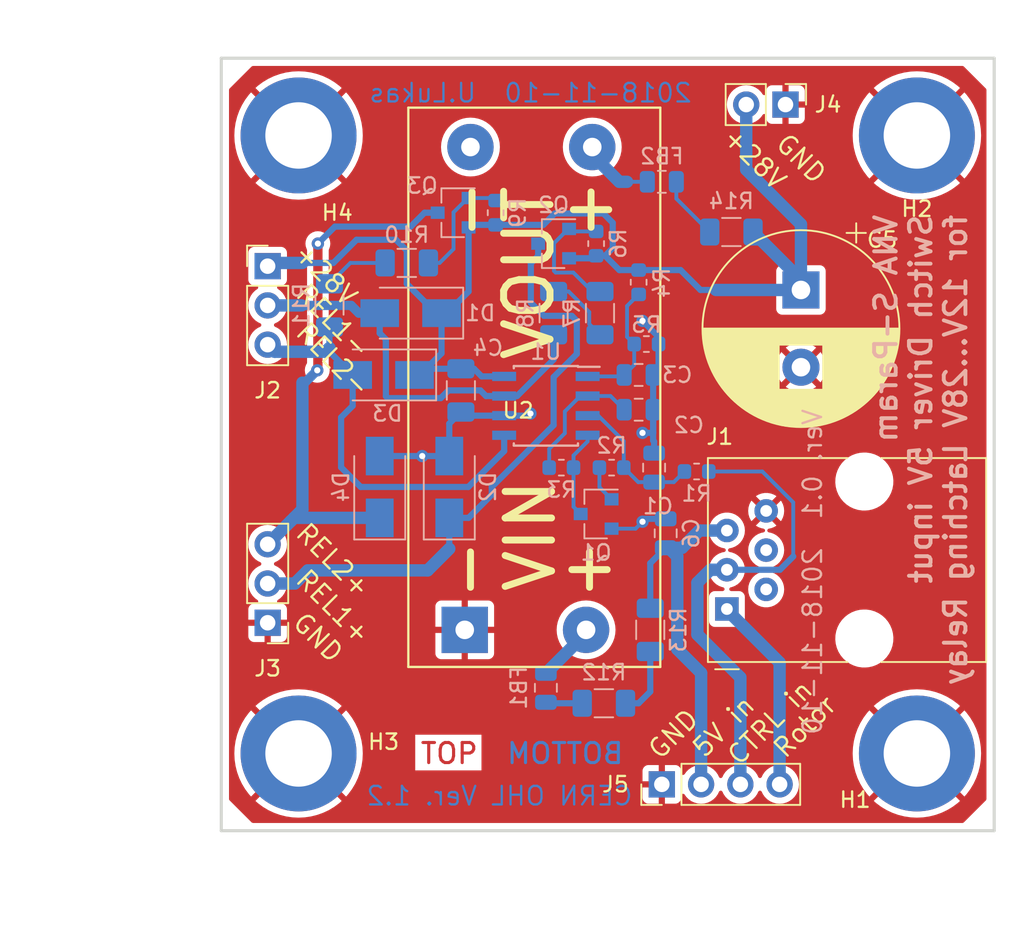
<source format=kicad_pcb>
(kicad_pcb (version 20221018) (generator pcbnew)
  (layers (0 "F.Cu" signal) (31 "B.Cu" signal) (34 "B.Paste" user) (35 "F.Paste" user) (36 "B.SilkS" user "B.Silkscreen") (37 "F.SilkS" user "F.Silkscreen") (38 "B.Mask" user) (39 "F.Mask" user) (44 "Edge.Cuts" user))
  (net 0 "")
  (net 1 "GND")
  (net 2 "Net-(C1-Pad1)")
  (net 3 "Net-(C2-Pad1)")
  (net 4 "Net-(C3-Pad1)")
  (net 5 "Net-(FB1-Pad1)")
  (net 6 "Net-(FB1-Pad2)")
  (net 7 "Net-(FB2-Pad2)")
  (net 8 "Net-(FB2-Pad1)")
  (net 9 "Net-(J1-Pad4)")
  (net 10 "Net-(J1-Pad2)")
  (net 11 "Net-(Q1-Pad1)")
  (net 12 "Net-(Q1-Pad3)")
  (net 13 "Net-(Q2-Pad1)")
  (net 14 "Net-(Q3-Pad1)")
  (net 15 "Net-(R7-Pad2)")
  (net 16 "Net-(R10-Pad2)")
  (net 17 "Net-(R12-Pad2)")
  (net 18 "Net-(U2-Pad4)")
  (net 19 "/+28V")
  (net 20 "/5V_in")
  (net 21 "/Coil1_neg")
  (net 22 "/Coil1_pos")
  (net 23 "/Coil2_neg")
  (net 24 "/Coil2_pos")
  (net 25 "/CTRL_in")
  (net 26 "/Rotor")
  (footprint "ul_footprints:MT3608_Step-Up_Converter_PCB" (layer "F.Cu") (at 209.851202 98.620248 90)
    (fp_text reference "U2" (at 17.2 7.7 180) (layer "F.SilkS"))
    (fp_text value "MT3608-PCB")
    (fp_text user "+" (at 6.9 12.1 90) (layer "F.SilkS") (effects (font (size 3 3) (thickness 0.45))))
    (fp_text user "VIN" (at 9.1 8.5 90) (layer "F.SilkS") (effects (font (size 3 3) (thickness 0.45))))
    (fp_text user "-" (at 30.2 4.5 90) (layer "F.SilkS") (effects (font (size 3 3) (thickness 0.45))))
    (fp_text user "-" (at 6.9 4.4 90) (layer "F.SilkS") (effects (font (size 3 3) (thickness 0.45))))
    (fp_text user "+" (at 30.2 12.2 90) (layer "F.SilkS") (effects (font (size 3 3) (thickness 0.45))))
    (fp_text user "VOUT" (at 26.1 8.4 90) (layer "F.SilkS") (effects (font (size 3 3) (thickness 0.45))))
    (pad "1" thru_hole rect locked (at 3 4.25 90) (size 3 3) (drill 1.2) (layers "*.Cu" "*.Mask") (net 1 "GND"))
    (pad "2" thru_hole circle locked (at 3 12.1 90) (size 3 3) (drill 1.2) (layers "*.Cu" "*.Mask") (net 6 "Net-(FB1-Pad2)"))
    (pad "3" thru_hole circle locked (at 34.25 12.5 90) (size 3 3) (drill 1.2) (layers "*.Cu" "*.Mask") (net 7 "Net-(FB2-Pad2)"))
    (pad "4" thru_hole circle locked (at 34.25 4.62 90) (size 3 3) (drill 1.2) (layers "*.Cu" "*.Mask") (net 18 "Net-(U2-Pad4)"))
  )
  (footprint "Connector_RJ:RJ12_Amphenol_54601" (layer "F.Cu") (at 231.061202 94.270248 90)
    (fp_text reference "J1" (at 11.15 -0.46 180) (layer "F.SilkS"))
    (fp_text value "6P6C")
    (pad "" np_thru_hole circle locked (at -1.91 8.89 90) (size 3.25 3.25) (drill 3.25) (layers "*.Cu" "*.Mask"))
    (pad "" np_thru_hole circle locked (at 8.25 8.89 90) (size 3.25 3.25) (drill 3.25) (layers "*.Cu" "*.Mask"))
    (pad "1" thru_hole rect locked (at 0 0 90) (size 1.52 1.52) (drill 0.76) (layers "*.Cu" "*.Mask") (net 26 "/Rotor"))
    (pad "2" thru_hole circle locked (at 1.27 2.54 90) (size 1.52 1.52) (drill 0.76) (layers "*.Cu" "*.Mask") (net 10 "Net-(J1-Pad2)"))
    (pad "3" thru_hole circle locked (at 2.54 0 90) (size 1.52 1.52) (drill 0.76) (layers "*.Cu" "*.Mask") (net 25 "/CTRL_in"))
    (pad "4" thru_hole circle locked (at 3.81 2.54 90) (size 1.52 1.52) (drill 0.76) (layers "*.Cu" "*.Mask") (net 9 "Net-(J1-Pad4)"))
    (pad "5" thru_hole circle locked (at 5.08 0 90) (size 1.52 1.52) (drill 0.76) (layers "*.Cu" "*.Mask") (net 20 "/5V_in"))
    (pad "6" thru_hole circle locked (at 6.35 2.54 90) (size 1.52 1.52) (drill 0.76) (layers "*.Cu" "*.Mask") (net 1 "GND"))
  )
  (footprint "MountingHole:MountingHole_4.3mm_M4_DIN965_Pad" (layer "F.Cu") (at 203.351202 103.620248 180)
    (fp_text reference "H3" (at -5.5 0.75 180) (layer "F.SilkS"))
    (fp_text value "MountingHole_Pad")
    (pad "1" thru_hole circle locked (at 0 0 180) (size 7.5 7.5) (drill 4.3) (layers "*.Cu" "*.Mask") (net 1 "GND"))
  )
  (footprint "Capacitor_THT:CP_Radial_D12.5mm_P5.00mm" (layer "F.Cu") (at 235.851202 73.620248 -90)
    (fp_text reference "C5" (at -3.25 -5.25) (layer "F.SilkS"))
    (fp_text value "470µ")
    (pad "1" thru_hole rect locked (at 0 0 270) (size 2.4 2.4) (drill 1.2) (layers "*.Cu" "*.Mask") (net 19 "/+28V"))
    (pad "2" thru_hole circle locked (at 5 0 270) (size 2.4 2.4) (drill 1.2) (layers "*.Cu" "*.Mask") (net 1 "GND"))
  )
  (footprint "MountingHole:MountingHole_4.3mm_M4_DIN965_Pad" (layer "F.Cu") (at 203.351202 63.620248 180)
    (fp_text reference "H4" (at -2.5 -5 180) (layer "F.SilkS"))
    (fp_text value "MountingHole_Pad")
    (pad "1" thru_hole circle locked (at 0 0 180) (size 7.5 7.5) (drill 4.3) (layers "*.Cu" "*.Mask") (net 1 "GND"))
  )
  (footprint "MountingHole:MountingHole_4.3mm_M4_DIN965_Pad" (layer "F.Cu") (at 243.351202 63.620248 180)
    (fp_text reference "H2" (at 0 -4.75 180) (layer "F.SilkS"))
    (fp_text value "MountingHole_Pad")
    (pad "1" thru_hole circle locked (at 0 0 180) (size 7.5 7.5) (drill 4.3) (layers "*.Cu" "*.Mask") (net 1 "GND"))
  )
  (footprint "Connector_PinHeader_2.54mm:PinHeader_1x02_P2.54mm_Vertical" (layer "F.Cu") (at 234.851202 61.620248 -90)
    (fp_text reference "J4" (at 0 -2.75) (layer "F.SilkS"))
    (fp_text value "Conn_01x02_Male")
    (pad "1" thru_hole rect locked (at 0 0 270) (size 1.7 1.7) (drill 1) (layers "*.Cu" "*.Mask") (net 1 "GND"))
    (pad "2" thru_hole oval locked (at 0 2.54 270) (size 1.7 1.7) (drill 1) (layers "*.Cu" "*.Mask") (net 19 "/+28V"))
  )
  (footprint "Connector_PinHeader_2.54mm:PinHeader_1x04_P2.54mm_Vertical" (layer "F.Cu") (at 226.851202 105.620248 90)
    (fp_text reference "J5" (at 0 -3 180) (layer "F.SilkS"))
    (fp_text value "Conn_01x04_Male")
    (pad "1" thru_hole rect (at 0 0 90) (size 1.7 1.7) (drill 1) (layers "*.Cu" "*.Mask") (net 1 "GND"))
    (pad "2" thru_hole oval (at 0 2.54 90) (size 1.7 1.7) (drill 1) (layers "*.Cu" "*.Mask") (net 20 "/5V_in"))
    (pad "3" thru_hole oval (at 0 5.08 90) (size 1.7 1.7) (drill 1) (layers "*.Cu" "*.Mask") (net 25 "/CTRL_in"))
    (pad "4" thru_hole oval (at 0 7.62 90) (size 1.7 1.7) (drill 1) (layers "*.Cu" "*.Mask") (net 26 "/Rotor"))
  )
  (footprint "Connector_PinHeader_2.54mm:PinHeader_1x03_P2.54mm_Vertical" (layer "F.Cu") (at 201.351202 95.160248 180)
    (fp_text reference "J3" (at 0 -2.96 180) (layer "F.SilkS"))
    (fp_text value "Conn_01x03_Male")
    (pad "1" thru_hole rect locked (at 0 0 180) (size 1.7 1.7) (drill 1) (layers "*.Cu" "*.Mask") (net 1 "GND"))
    (pad "2" thru_hole oval locked (at 0 2.54 180) (size 1.7 1.7) (drill 1) (layers "*.Cu" "*.Mask") (net 22 "/Coil1_pos"))
    (pad "3" thru_hole oval locked (at 0 5.08 180) (size 1.7 1.7) (drill 1) (layers "*.Cu" "*.Mask") (net 24 "/Coil2_pos"))
  )
  (footprint "MountingHole:MountingHole_4.3mm_M4_DIN965_Pad" (layer "F.Cu") (at 243.351202 103.620248 180)
    (fp_text reference "H1" (at 4 -3 180) (layer "F.SilkS"))
    (fp_text value "MountingHole_Pad")
    (pad "1" thru_hole circle locked (at 0 0 180) (size 7.5 7.5) (drill 4.3) (layers "*.Cu" "*.Mask") (net 1 "GND"))
  )
  (footprint "Connector_PinHeader_2.54mm:PinHeader_1x03_P2.54mm_Vertical" (layer "F.Cu") (at 201.351202 72.080248)
    (fp_text reference "J2" (at 0 8.04) (layer "F.SilkS"))
    (fp_text value "Conn_01x03_Male")
    (pad "1" thru_hole rect locked (at 0 0) (size 1.7 1.7) (drill 1) (layers "*.Cu" "*.Mask") (net 19 "/+28V"))
    (pad "2" thru_hole oval locked (at 0 2.54) (size 1.7 1.7) (drill 1) (layers "*.Cu" "*.Mask") (net 21 "/Coil1_neg"))
    (pad "3" thru_hole oval locked (at 0 5.08) (size 1.7 1.7) (drill 1) (layers "*.Cu" "*.Mask") (net 23 "/Coil2_neg"))
  )
  (footprint "Capacitor_SMD:C_0805_2012Metric" (layer "B.Cu") (at 227.101202 89.370248 90)
    (fp_text reference "C6" (at 0 1.65 90) (layer "B.SilkS") (effects (justify mirror)))
    (fp_text value "100n")
    (pad "1" smd roundrect (at -0.9375 0 90) (size 0.975 1.4) (layers "B.Cu" "B.Paste" "B.Mask") (net 20 "/5V_in"))
    (pad "2" smd roundrect (at 0.9375 0 90) (size 0.975 1.4) (layers "B.Cu" "B.Paste" "B.Mask") (net 1 "GND"))
  )
  (footprint "Resistor_SMD:R_1206_3216Metric" (layer "B.Cu") (at 222.851202 75.120248 -90)
    (fp_text reference "R7" (at 0 1.82 270) (layer "B.SilkS") (effects (justify mirror)))
    (fp_text value "470")
    (pad "1" smd roundrect (at -1.4 0 270) (size 1.25 1.75) (layers "B.Cu" "B.Paste" "B.Mask") (roundrect_rratio 0.2) (net 13 "Net-(Q2-Pad1)"))
    (pad "2" smd roundrect (at 1.4 0 270) (size 1.25 1.75) (layers "B.Cu" "B.Paste" "B.Mask") (roundrect_rratio 0.2) (net 15 "Net-(R7-Pad2)"))
  )
  (footprint "Resistor_SMD:R_0603_1608Metric" (layer "B.Cu") (at 229.101202 85.370248)
    (fp_text reference "R1" (at 0 1.43) (layer "B.SilkS") (effects (justify mirror)))
    (fp_text value "4k7")
    (pad "1" smd roundrect (at -0.7875 0) (size 0.875 0.95) (layers "B.Cu" "B.Paste" "B.Mask") (net 2 "Net-(C1-Pad1)"))
    (pad "2" smd roundrect (at 0.7875 0) (size 0.875 0.95) (layers "B.Cu" "B.Paste" "B.Mask") (net 25 "/CTRL_in"))
  )
  (footprint "Capacitor_SMD:C_0805_2012Metric" (layer "B.Cu") (at 226.351202 85.120248 90)
    (fp_text reference "C1" (at -2.5 0.25 180) (layer "B.SilkS") (effects (justify mirror)))
    (fp_text value "100n")
    (pad "1" smd roundrect (at -0.9375 0 90) (size 0.975 1.4) (layers "B.Cu" "B.Paste" "B.Mask") (net 2 "Net-(C1-Pad1)"))
    (pad "2" smd roundrect (at 0.9375 0 90) (size 0.975 1.4) (layers "B.Cu" "B.Paste" "B.Mask") (net 1 "GND"))
  )
  (footprint "Resistor_SMD:R_1206_3216Metric" (layer "B.Cu") (at 226.101202 95.620248 90)
    (fp_text reference "R13" (at 0 1.82 90) (layer "B.SilkS") (effects (justify mirror)))
    (fp_text value "22")
    (pad "1" smd roundrect (at -1.4 0 90) (size 1.25 1.75) (layers "B.Cu" "B.Paste" "B.Mask") (roundrect_rratio 0.2) (net 17 "Net-(R12-Pad2)"))
    (pad "2" smd roundrect (at 1.4 0 90) (size 1.25 1.75) (layers "B.Cu" "B.Paste" "B.Mask") (roundrect_rratio 0.2) (net 20 "/5V_in"))
  )
  (footprint "Inductor_SMD:L_0805_2012Metric" (layer "B.Cu") (at 219.351202 99.370248 90)
    (fp_text reference "FB1" (at 0 -1.75 90) (layer "B.SilkS") (effects (justify mirror)))
    (fp_text value "Ferrite_Bead")
    (pad "1" smd roundrect (at -0.9375 0 90) (size 0.975 1.4) (layers "B.Cu" "B.Paste" "B.Mask") (net 5 "Net-(FB1-Pad1)"))
    (pad "2" smd roundrect (at 0.9375 0 90) (size 0.975 1.4) (layers "B.Cu" "B.Paste" "B.Mask") (net 6 "Net-(FB1-Pad2)"))
  )
  (footprint "Resistor_SMD:R_1206_3216Metric" (layer "B.Cu") (at 223.101202 100.370248)
    (fp_text reference "R12" (at 0 -2) (layer "B.SilkS") (effects (justify mirror)))
    (fp_text value "22")
    (pad "1" smd roundrect (at -1.4 0) (size 1.25 1.75) (layers "B.Cu" "B.Paste" "B.Mask") (roundrect_rratio 0.2) (net 5 "Net-(FB1-Pad1)"))
    (pad "2" smd roundrect (at 1.4 0) (size 1.25 1.75) (layers "B.Cu" "B.Paste" "B.Mask") (roundrect_rratio 0.2) (net 17 "Net-(R12-Pad2)"))
  )
  (footprint "Diode_SMD:D_SMA" (layer "B.Cu") (at 210.601202 75.120248 180)
    (fp_text reference "D1" (at -4.5 0 180) (layer "B.SilkS") (effects (justify mirror)))
    (fp_text value "S1B")
    (pad "1" smd rect (at -2 0 180) (size 2.5 1.8) (layers "B.Cu" "B.Paste" "B.Mask") (net 19 "/+28V"))
    (pad "2" smd rect (at 2 0 180) (size 2.5 1.8) (layers "B.Cu" "B.Paste" "B.Mask") (net 21 "/Coil1_neg"))
  )
  (footprint "Diode_SMD:D_SMA" (layer "B.Cu") (at 213.101202 86.370248 90)
    (fp_text reference "D2" (at 0 2.5 90) (layer "B.SilkS") (effects (justify mirror)))
    (fp_text value "S1B")
    (pad "1" smd rect (at -2 0 90) (size 2.5 1.8) (layers "B.Cu" "B.Paste" "B.Mask") (net 22 "/Coil1_pos"))
    (pad "2" smd rect (at 2 0 90) (size 2.5 1.8) (layers "B.Cu" "B.Paste" "B.Mask") (net 1 "GND"))
  )
  (footprint "Capacitor_SMD:C_0805_2012Metric" (layer "B.Cu") (at 225.351202 81.370248)
    (fp_text reference "C2" (at 3.25 1) (layer "B.SilkS") (effects (justify mirror)))
    (fp_text value "220n")
    (pad "1" smd roundrect (at -0.9375 0) (size 0.975 1.4) (layers "B.Cu" "B.Paste" "B.Mask") (net 3 "Net-(C2-Pad1)"))
    (pad "2" smd roundrect (at 0.9375 0) (size 0.975 1.4) (layers "B.Cu" "B.Paste" "B.Mask") (net 1 "GND"))
  )
  (footprint "Capacitor_SMD:C_0805_2012Metric" (layer "B.Cu") (at 225.351202 79.120248)
    (fp_text reference "C3" (at 2.5 0) (layer "B.SilkS") (effects (justify mirror)))
    (fp_text value "100n")
    (pad "1" smd roundrect (at -0.9375 0) (size 0.975 1.4) (layers "B.Cu" "B.Paste" "B.Mask") (net 4 "Net-(C3-Pad1)"))
    (pad "2" smd roundrect (at 0.9375 0) (size 0.975 1.4) (layers "B.Cu" "B.Paste" "B.Mask") (net 1 "GND"))
  )
  (footprint "Diode_SMD:D_SMA" (layer "B.Cu") (at 208.851202 79.120248 180)
    (fp_text reference "D3" (at -0.25 -2.5 180) (layer "B.SilkS") (effects (justify mirror)))
    (fp_text value "S1B")
    (pad "1" smd rect (at -2 0 180) (size 2.5 1.8) (layers "B.Cu" "B.Paste" "B.Mask") (net 19 "/+28V"))
    (pad "2" smd rect (at 2 0 180) (size 2.5 1.8) (layers "B.Cu" "B.Paste" "B.Mask") (net 23 "/Coil2_neg"))
  )
  (footprint "Inductor_SMD:L_0805_2012Metric" (layer "B.Cu") (at 226.851202 66.620248 180)
    (fp_text reference "FB2" (at 0 1.65 180) (layer "B.SilkS") (effects (justify mirror)))
    (fp_text value "Ferrite_Bead")
    (pad "1" smd roundrect (at -0.9375 0 180) (size 0.975 1.4) (layers "B.Cu" "B.Paste" "B.Mask") (net 8 "Net-(FB2-Pad1)"))
    (pad "2" smd roundrect (at 0.9375 0 180) (size 0.975 1.4) (layers "B.Cu" "B.Paste" "B.Mask") (net 7 "Net-(FB2-Pad2)"))
  )
  (footprint "Package_TO_SOT_SMD:SOT-23" (layer "B.Cu") (at 222.601202 88.120248 180)
    (fp_text reference "Q1" (at 0 -2.5 180) (layer "B.SilkS") (effects (justify mirror)))
    (fp_text value "BC848")
    (pad "1" smd rect (at -1 0.95 180) (size 0.9 0.8) (layers "B.Cu" "B.Paste" "B.Mask") (net 11 "Net-(Q1-Pad1)"))
    (pad "2" smd rect (at -1 -0.95 180) (size 0.9 0.8) (layers "B.Cu" "B.Paste" "B.Mask") (net 1 "GND"))
    (pad "3" smd rect (at 1 0 180) (size 0.9 0.8) (layers "B.Cu" "B.Paste" "B.Mask") (net 12 "Net-(Q1-Pad3)"))
  )
  (footprint "Package_TO_SOT_SMD:SOT-23" (layer "B.Cu") (at 219.851202 70.620248 180)
    (fp_text reference "Q2" (at 0 2.5 180) (layer "B.SilkS") (effects (justify mirror)))
    (fp_text value "BC807")
    (pad "1" smd rect (at -1 0.95 180) (size 0.9 0.8) (layers "B.Cu" "B.Paste" "B.Mask") (net 13 "Net-(Q2-Pad1)"))
    (pad "2" smd rect (at -1 -0.95 180) (size 0.9 0.8) (layers "B.Cu" "B.Paste" "B.Mask") (net 19 "/+28V"))
    (pad "3" smd rect (at 1 0 180) (size 0.9 0.8) (layers "B.Cu" "B.Paste" "B.Mask") (net 22 "/Coil1_pos"))
  )
  (footprint "Package_TO_SOT_SMD:SOT-23" (layer "B.Cu") (at 213.351202 68.620248 180)
    (fp_text reference "Q3" (at 2 1.75 180) (layer "B.SilkS") (effects (justify mirror)))
    (fp_text value "BC807")
    (pad "1" smd rect (at -1 0.95 180) (size 0.9 0.8) (layers "B.Cu" "B.Paste" "B.Mask") (net 14 "Net-(Q3-Pad1)"))
    (pad "2" smd rect (at -1 -0.95 180) (size 0.9 0.8) (layers "B.Cu" "B.Paste" "B.Mask") (net 19 "/+28V"))
    (pad "3" smd rect (at 1 0 180) (size 0.9 0.8) (layers "B.Cu" "B.Paste" "B.Mask") (net 24 "/Coil2_pos"))
  )
  (footprint "Resistor_SMD:R_0603_1608Metric" (layer "B.Cu") (at 223.601202 85.120248 180)
    (fp_text reference "R2" (at 0 1.43 180) (layer "B.SilkS") (effects (justify mirror)))
    (fp_text value "100k")
    (pad "1" smd roundrect (at -0.7875 0 180) (size 0.875 0.95) (layers "B.Cu" "B.Paste" "B.Mask") (net 2 "Net-(C1-Pad1)"))
    (pad "2" smd roundrect (at 0.7875 0 180) (size 0.875 0.95) (layers "B.Cu" "B.Paste" "B.Mask") (net 11 "Net-(Q1-Pad1)"))
  )
  (footprint "Resistor_SMD:R_0603_1608Metric" (layer "B.Cu") (at 220.351202 85.120248)
    (fp_text reference "R3" (at 0 1.43) (layer "B.SilkS") (effects (justify mirror)))
    (fp_text value "22k")
    (pad "1" smd roundrect (at -0.7875 0) (size 0.875 0.95) (layers "B.Cu" "B.Paste" "B.Mask") (net 3 "Net-(C2-Pad1)"))
    (pad "2" smd roundrect (at 0.7875 0) (size 0.875 0.95) (layers "B.Cu" "B.Paste" "B.Mask") (net 12 "Net-(Q1-Pad3)"))
  )
  (footprint "Resistor_SMD:R_0603_1608Metric" (layer "B.Cu") (at 225.851202 77.120248)
    (fp_text reference "R5" (at 0 -1.25) (layer "B.SilkS") (effects (justify mirror)))
    (fp_text value "22k")
    (pad "1" smd roundrect (at -0.7875 0) (size 0.875 0.95) (layers "B.Cu" "B.Paste" "B.Mask") (net 4 "Net-(C3-Pad1)"))
    (pad "2" smd roundrect (at 0.7875 0) (size 0.875 0.95) (layers "B.Cu" "B.Paste" "B.Mask") (net 1 "GND"))
  )
  (footprint "Resistor_SMD:R_1206_3216Metric" (layer "B.Cu") (at 219.851202 75.120248 -90)
    (fp_text reference "R8" (at 0 1.82 270) (layer "B.SilkS") (effects (justify mirror)))
    (fp_text value "470")
    (pad "1" smd roundrect (at -1.4 0 270) (size 1.25 1.75) (layers "B.Cu" "B.Paste" "B.Mask") (roundrect_rratio 0.2) (net 15 "Net-(R7-Pad2)"))
    (pad "2" smd roundrect (at 1.4 0 270) (size 1.25 1.75) (layers "B.Cu" "B.Paste" "B.Mask") (roundrect_rratio 0.2) (net 21 "/Coil1_neg"))
  )
  (footprint "Resistor_SMD:R_0603_1608Metric" (layer "B.Cu") (at 216.101202 68.620248 90)
    (fp_text reference "R9" (at 0 1.43 90) (layer "B.SilkS") (effects (justify mirror)))
    (fp_text value "4k7")
    (pad "1" smd roundrect (at -0.7875 0 90) (size 0.875 0.95) (layers "B.Cu" "B.Paste" "B.Mask") (net 19 "/+28V"))
    (pad "2" smd roundrect (at 0.7875 0 90) (size 0.875 0.95) (layers "B.Cu" "B.Paste" "B.Mask") (net 14 "Net-(Q3-Pad1)"))
  )
  (footprint "Resistor_SMD:R_1206_3216Metric" (layer "B.Cu") (at 210.351202 71.870248 180)
    (fp_text reference "R10" (at 0 1.82 180) (layer "B.SilkS") (effects (justify mirror)))
    (fp_text value "470")
    (pad "1" smd roundrect (at -1.4 0 180) (size 1.25 1.75) (layers "B.Cu" "B.Paste" "B.Mask") (roundrect_rratio 0.2) (net 14 "Net-(Q3-Pad1)"))
    (pad "2" smd roundrect (at 1.4 0 180) (size 1.25 1.75) (layers "B.Cu" "B.Paste" "B.Mask") (roundrect_rratio 0.2) (net 16 "Net-(R10-Pad2)"))
  )
  (footprint "Resistor_SMD:R_1206_3216Metric" (layer "B.Cu") (at 231.351202 69.870248)
    (fp_text reference "R14" (at 0 -2) (layer "B.SilkS") (effects (justify mirror)))
    (fp_text value "100")
    (pad "1" smd roundrect (at -1.4 0) (size 1.25 1.75) (layers "B.Cu" "B.Paste" "B.Mask") (roundrect_rratio 0.2) (net 8 "Net-(FB2-Pad1)"))
    (pad "2" smd roundrect (at 1.4 0) (size 1.25 1.75) (layers "B.Cu" "B.Paste" "B.Mask") (roundrect_rratio 0.2) (net 19 "/+28V"))
  )
  (footprint "Diode_SMD:D_SMA" (layer "B.Cu") (at 208.601202 86.370248 90)
    (fp_text reference "D4" (at 0 -2.5 90) (layer "B.SilkS") (effects (justify mirror)))
    (fp_text value "S1B")
    (pad "1" smd rect (at -2 0 90) (size 2.5 1.8) (layers "B.Cu" "B.Paste" "B.Mask") (net 24 "/Coil2_pos"))
    (pad "2" smd rect (at 2 0 90) (size 2.5 1.8) (layers "B.Cu" "B.Paste" "B.Mask") (net 1 "GND"))
  )
  (footprint "Capacitor_SMD:C_1206_3216Metric" (layer "B.Cu") (at 213.851202 80.120248 -90)
    (fp_text reference "C4" (at -2.75 -1.75) (layer "B.SilkS") (effects (justify mirror)))
    (fp_text value "1µ")
    (pad "1" smd roundrect (at -1.4 0 270) (size 1.25 1.75) (layers "B.Cu" "B.Paste" "B.Mask") (roundrect_rratio 0.2) (net 19 "/+28V"))
    (pad "2" smd roundrect (at 1.4 0 270) (size 1.25 1.75) (layers "B.Cu" "B.Paste" "B.Mask") (roundrect_rratio 0.2) (net 1 "GND"))
  )
  (footprint "Resistor_SMD:R_1206_3216Metric" (layer "B.Cu") (at 205.351202 74.620248 -90)
    (fp_text reference "R11" (at 0 1.82 270) (layer "B.SilkS") (effects (justify mirror)))
    (fp_text value "470")
    (pad "1" smd roundrect (at -1.4 0 270) (size 1.25 1.75) (layers "B.Cu" "B.Paste" "B.Mask") (roundrect_rratio 0.2) (net 16 "Net-(R10-Pad2)"))
    (pad "2" smd roundrect (at 1.4 0 270) (size 1.25 1.75) (layers "B.Cu" "B.Paste" "B.Mask") (roundrect_rratio 0.2) (net 23 "/Coil2_neg"))
  )
  (footprint "Resistor_SMD:R_0603_1608Metric" (layer "B.Cu") (at 225.351202 73.120248 -90)
    (fp_text reference "R4" (at 0.0375 -1.5 270) (layer "B.SilkS") (effects (justify mirror)))
    (fp_text value "22k")
    (pad "1" smd roundrect (at -0.7875 0 270) (size 0.875 0.95) (layers "B.Cu" "B.Paste" "B.Mask") (net 19 "/+28V"))
    (pad "2" smd roundrect (at 0.7875 0 270) (size 0.875 0.95) (layers "B.Cu" "B.Paste" "B.Mask") (net 4 "Net-(C3-Pad1)"))
  )
  (footprint "Resistor_SMD:R_0603_1608Metric" (layer "B.Cu") (at 222.601202 70.620248 90)
    (fp_text reference "R6" (at 0 1.43 90) (layer "B.SilkS") (effects (justify mirror)))
    (fp_text value "4k7")
    (pad "1" smd roundrect (at -0.7875 0 90) (size 0.875 0.95) (layers "B.Cu" "B.Paste" "B.Mask") (net 19 "/+28V"))
    (pad "2" smd roundrect (at 0.7875 0 90) (size 0.875 0.95) (layers "B.Cu" "B.Paste" "B.Mask") (net 13 "Net-(Q2-Pad1)"))
  )
  (footprint "Package_SO:SOIC-8_3.9x4.9mm_P1.27mm" (layer "B.Cu") (at 219.351202 81.120248 180)
    (fp_text reference "U1" (at 0 3.5 180) (layer "B.SilkS") (effects (justify mirror)))
    (fp_text value "FAN3241")
    (pad "1" smd rect (at -2.7 1.905 180) (size 1.55 0.6) (layers "B.Cu" "B.Paste" "B.Mask") (net 4 "Net-(C3-Pad1)"))
    (pad "2" smd rect (at -2.7 0.635 180) (size 1.55 0.6) (layers "B.Cu" "B.Paste" "B.Mask") (net 3 "Net-(C2-Pad1)"))
    (pad "3" smd rect (at -2.7 -0.635 180) (size 1.55 0.6) (layers "B.Cu" "B.Paste" "B.Mask") (net 2 "Net-(C1-Pad1)"))
    (pad "4" smd rect (at -2.7 -1.905 180) (size 1.55 0.6) (layers "B.Cu" "B.Paste" "B.Mask") (net 12 "Net-(Q1-Pad3)"))
    (pad "5" smd rect (at 2.7 -1.905 180) (size 1.55 0.6) (layers "B.Cu" "B.Paste" "B.Mask") (net 23 "/Coil2_neg"))
    (pad "6" smd rect (at 2.7 -0.635 180) (size 1.55 0.6) (layers "B.Cu" "B.Paste" "B.Mask") (net 1 "GND"))
    (pad "7" smd rect (at 2.7 0.635 180) (size 1.55 0.6) (layers "B.Cu" "B.Paste" "B.Mask") (net 21 "/Coil1_neg"))
    (pad "8" smd rect (at 2.7 1.905 180) (size 1.55 0.6) (layers "B.Cu" "B.Paste" "B.Mask") (net 19 "/+28V"))
  )
  (gr_line (start 248.351202 108.620248) (end 198.351202 108.620248) (stroke (width 0.2)) (layer "Edge.Cuts"))
  (gr_line (start 198.351202 58.620248) (end 248.351202 58.620248) (stroke (width 0.2)) (layer "Edge.Cuts"))
  (gr_line (start 198.351202 108.620248) (end 198.351202 58.620248) (stroke (width 0.2)) (layer "Edge.Cuts"))
  (gr_line (start 248.351202 58.620248) (end 248.351202 108.620248) (stroke (width 0.2)) (layer "Edge.Cuts"))
  (gr_text "TOP" (at 213.101202 103.620248) (layer "F.Cu") (effects (font (size 1.3 1.3) (thickness 0.2))))
  (gr_text "CERN OHL Ver. 1.2" (at 216.351202 106.370248) (layer "B.Cu") (effects (font (size 1.2 1.2)) (justify mirror)))
  (gr_text "BOTTOM" (at 220.601202 103.620248) (layer "B.Cu") (effects (font (size 1.3 1.3) (thickness 0.2)) (justify mirror)))
  (gr_text "2018-11-10  U.Lukas" (at 218.351202 60.870248) (layer "B.Cu") (effects (font (size 1.2 1.2)) (justify mirror)))
  (gr_text "VNA S-Param\nSwitch Driver 5V input\nfor 12V...28V Latching Relay" (at 243.601202 68.620248 90) (layer "B.SilkS") (effects (font (size 1.4 1.4) (thickness 0.25)) (justify left mirror)))
  (gr_text "Ver. 0.1  2018-11-10" (at 236.601202 91.870248 90) (layer "B.SilkS") (effects (font (size 1.2 1.2)) (justify mirror)))
  (gr_text "REL1+" (at 205.601202 94.120248 -45) (layer "F.SilkS") (effects (font (size 1.2 1.2))))
  (gr_text "REL2+" (at 205.601202 91.120248 -45) (layer "F.SilkS") (effects (font (size 1.2 1.2))))
  (gr_text "GND" (at 204.601202 96.120248 -45) (layer "F.SilkS") (effects (font (size 1.2 1.2))))
  (gr_text "REL1-" (at 205.601202 75.620248 -45) (layer "F.SilkS") (effects (font (size 1.2 1.2))))
  (gr_text "+28V" (at 205.101202 72.620248 -45) (layer "F.SilkS") (effects (font (size 1.2 1.2))))
  (gr_text "REL2-" (at 205.601202 78.120248 -45) (layer "F.SilkS") (effects (font (size 1.2 1.2))))
  (gr_text "GND" (at 227.601202 102.370248 45) (layer "F.SilkS") (effects (font (size 1.2 1.2))))
  (gr_text "5V in" (at 230.851202 101.870248 45) (layer "F.SilkS") (effects (font (size 1.2 1.2))))
  (gr_text "CTRL in" (at 233.851202 101.620248 45) (layer "F.SilkS") (effects (font (size 1.2 1.2))))
  (gr_text "Rotor" (at 236.101202 101.870248 45) (layer "F.SilkS") (effects (font (size 1.2 1.2))))
  (gr_text "GND" (at 235.851202 65.120248 -45) (layer "F.SilkS") (effects (font (size 1.2 1.2))))
  (gr_text "+28V" (at 232.851202 65.120248 -45) (layer "F.SilkS") (effects (font (size 1.2 1.2))))
  (via (at 225.601202 75.620248) (size 0.8) (drill 0.4) (layers "F.Cu" "B.Cu") (net 1))
  (via (at 225.601202 82.870248) (size 0.8) (drill 0.4) (layers "F.Cu" "B.Cu") (net 1))
  (via (at 218.351202 81.620248) (size 0.8) (drill 0.4) (layers "F.Cu" "B.Cu") (net 1))
  (via (at 211.351202 84.370248) (size 0.8) (drill 0.4) (layers "F.Cu" "B.Cu") (net 1))
  (via (at 225.601196 88.620248) (size 0.8) (drill 0.4) (layers "F.Cu" "B.Cu") (net 1))
  (segment (start 218.216202 81.755248) (end 218.351202 81.620248) (width 0.4) (layer "B.Cu") (net 1))
  (segment (start 223.601202 89.070248) (end 225.151196 89.070248) (width 0.25) (layer "B.Cu") (net 1))
  (segment (start 213.101202 84.370248) (end 213.101202 82.270248) (width 0.4) (layer "B.Cu") (net 1))
  (segment (start 227.101202 88.432748) (end 225.788696 88.432748) (width 0.4) (layer "B.Cu") (net 1))
  (segment (start 226.351202 83.432748) (end 226.351202 84.182748) (width 0.4) (layer "B.Cu") (net 1))
  (segment (start 226.638702 77.120248) (end 226.638702 78.770248) (width 0.4) (layer "B.Cu") (net 1))
  (segment (start 213.101202 82.270248) (end 213.851202 81.520248) (width 0.4) (layer "B.Cu") (net 1))
  (segment (start 208.601202 84.370248) (end 211.351202 84.370248) (width 0.4) (layer "B.Cu") (net 1))
  (segment (start 226.288702 79.120248) (end 226.288702 81.370248) (width 0.4) (layer "B.Cu") (net 1))
  (segment (start 226.638702 78.770248) (end 226.288702 79.120248) (width 0.4) (layer "B.Cu") (net 1))
  (segment (start 225.151196 89.070248) (end 225.601196 88.620248) (width 0.25) (layer "B.Cu") (net 1))
  (segment (start 226.288702 83.370248) (end 226.351202 83.432748) (width 0.4) (layer "B.Cu") (net 1))
  (segment (start 226.288702 82.870248) (end 225.601202 82.870248) (width 0.4) (layer "B.Cu") (net 1))
  (segment (start 214.086202 81.755248) (end 213.851202 81.520248) (width 0.4) (layer "B.Cu") (net 1))
  (segment (start 226.638702 76.657748) (end 226.101202 76.120248) (width 0.4) (layer "B.Cu") (net 1))
  (segment (start 226.638702 77.120248) (end 226.638702 76.657748) (width 0.4) (layer "B.Cu") (net 1))
  (segment (start 226.288702 81.370248) (end 226.288702 83.370248) (width 0.4) (layer "B.Cu") (net 1))
  (segment (start 226.101202 76.120248) (end 225.601202 75.620248) (width 0.4) (layer "B.Cu") (net 1))
  (segment (start 216.651202 81.755248) (end 214.086202 81.755248) (width 0.4) (layer "B.Cu") (net 1))
  (segment (start 226.288702 81.370248) (end 226.288702 82.870248) (width 0.4) (layer "B.Cu") (net 1))
  (segment (start 213.101202 84.370248) (end 211.351202 84.370248) (width 0.4) (layer "B.Cu") (net 1))
  (segment (start 225.788696 88.432748) (end 225.601196 88.620248) (width 0.4) (layer "B.Cu") (net 1))
  (segment (start 216.651202 81.755248) (end 218.216202 81.755248) (width 0.4) (layer "B.Cu") (net 1))
  (segment (start 227.626202 86.057748) (end 228.313702 85.370248) (width 0.25) (layer "B.Cu") (net 2))
  (segment (start 225.326202 86.057748) (end 224.388702 85.120248) (width 0.25) (layer "B.Cu") (net 2))
  (segment (start 224.388702 83.407748) (end 224.388702 84.545248) (width 0.25) (layer "B.Cu") (net 2))
  (segment (start 226.351202 86.057748) (end 227.626202 86.057748) (width 0.25) (layer "B.Cu") (net 2))
  (segment (start 222.051202 81.755248) (end 222.736202 81.755248) (width 0.25) (layer "B.Cu") (net 2))
  (segment (start 226.351202 86.057748) (end 225.326202 86.057748) (width 0.25) (layer "B.Cu") (net 2))
  (segment (start 224.388702 84.545248) (end 224.388702 85.120248) (width 0.25) (layer "B.Cu") (net 2))
  (segment (start 222.736202 81.755248) (end 224.388702 83.407748) (width 0.25) (layer "B.Cu") (net 2))
  (segment (start 221.576202 80.485248) (end 222.051202 80.485248) (width 0.25) (layer "B.Cu") (net 3))
  (segment (start 222.051202 80.485248) (end 223.528702 80.485248) (width 0.25) (layer "B.Cu") (net 3))
  (segment (start 219.563702 83.907748) (end 220.576213 82.895237) (width 0.25) (layer "B.Cu") (net 3))
  (segment (start 219.563702 85.120248) (end 219.563702 83.907748) (width 0.25) (layer "B.Cu") (net 3))
  (segment (start 223.528702 80.485248) (end 224.413702 81.370248) (width 0.25) (layer "B.Cu") (net 3))
  (segment (start 220.576213 81.485237) (end 221.576202 80.485248) (width 0.25) (layer "B.Cu") (net 3))
  (segment (start 220.576213 82.895237) (end 220.576213 81.485237) (width 0.25) (layer "B.Cu") (net 3))
  (segment (start 225.063702 77.120248) (end 224.60209 76.658636) (width 0.25) (layer "B.Cu") (net 4))
  (segment (start 224.60209 74.65686) (end 224.88959 74.36936) (width 0.25) (layer "B.Cu") (net 4))
  (segment (start 225.063702 78.470248) (end 224.413702 79.120248) (width 0.25) (layer "B.Cu") (net 4))
  (segment (start 224.88959 74.36936) (end 225.351202 73.907748) (width 0.25) (layer "B.Cu") (net 4))
  (segment (start 224.318702 79.215248) (end 224.413702 79.120248) (width 0.25) (layer "B.Cu") (net 4))
  (segment (start 222.051202 79.215248) (end 224.318702 79.215248) (width 0.25) (layer "B.Cu") (net 4))
  (segment (start 225.063702 77.120248) (end 225.063702 78.470248) (width 0.25) (layer "B.Cu") (net 4))
  (segment (start 224.60209 76.658636) (end 224.60209 74.65686) (width 0.25) (layer "B.Cu") (net 4))
  (segment (start 219.413702 100.370248) (end 219.351202 100.307748) (width 0.4) (layer "B.Cu") (net 5))
  (segment (start 221.701202 100.370248) (end 219.413702 100.370248) (width 0.4) (layer "B.Cu") (net 5))
  (segment (start 219.351202 98.432748) (end 221.951202 95.832748) (width 0.8) (layer "B.Cu") (net 6))
  (segment (start 221.951202 95.832748) (end 221.951202 95.620248) (width 0.8) (layer "B.Cu") (net 6))
  (segment (start 224.601202 66.620248) (end 224.101202 66.620248) (width 0.8) (layer "B.Cu") (net 7))
  (segment (start 225.913702 66.620248) (end 224.601202 66.620248) (width 0.25) (layer "B.Cu") (net 7))
  (segment (start 224.101202 66.620248) (end 222.351202 64.870248) (width 0.8) (layer "B.Cu") (net 7))
  (segment (start 222.351202 64.870248) (end 222.351202 64.370248) (width 0.8) (layer "B.Cu") (net 7))
  (segment (start 227.788702 67.707748) (end 229.951202 69.870248) (width 0.25) (layer "B.Cu") (net 8))
  (segment (start 227.788702 66.620248) (end 227.788702 67.707748) (width 0.25) (layer "B.Cu") (net 8))
  (segment (start 222.813702 85.120248) (end 222.813702 86.382748) (width 0.25) (layer "B.Cu") (net 11))
  (segment (start 222.813702 86.382748) (end 223.601202 87.170248) (width 0.25) (layer "B.Cu") (net 11))
  (segment (start 221.138702 85.120248) (end 221.138702 87.657748) (width 0.25) (layer "B.Cu") (net 12))
  (segment (start 221.138702 85.120248) (end 221.138702 84.332748) (width 0.25) (layer "B.Cu") (net 12))
  (segment (start 221.138702 87.657748) (end 221.601202 88.120248) (width 0.25) (layer "B.Cu") (net 12))
  (segment (start 222.051202 83.420248) (end 222.051202 83.025248) (width 0.25) (layer "B.Cu") (net 12))
  (segment (start 221.138702 84.332748) (end 222.051202 83.420248) (width 0.25) (layer "B.Cu") (net 12))
  (segment (start 220.801202 69.670248) (end 220.851202 69.670248) (width 0.25) (layer "B.Cu") (net 13))
  (segment (start 221.126203 72.495249) (end 219.981201 72.495249) (width 0.25) (layer "B.Cu") (net 13))
  (segment (start 219.876201 70.595249) (end 220.801202 69.670248) (width 0.25) (layer "B.Cu") (net 13))
  (segment (start 219.876201 72.390249) (end 219.876201 70.595249) (width 0.25) (layer "B.Cu") (net 13))
  (segment (start 222.601202 69.832748) (end 221.013702 69.832748) (width 0.25) (layer "B.Cu") (net 13))
  (segment (start 219.981201 72.495249) (end 219.876201 72.390249) (width 0.25) (layer "B.Cu") (net 13))
  (segment (start 222.351202 73.720248) (end 221.126203 72.495249) (width 0.25) (layer "B.Cu") (net 13))
  (segment (start 221.013702 69.832748) (end 220.851202 69.670248) (width 0.25) (layer "B.Cu") (net 13))
  (segment (start 214.301202 67.670248) (end 214.351202 67.670248) (width 0.25) (layer "B.Cu") (net 14))
  (segment (start 215.938702 67.670248) (end 216.101202 67.832748) (width 0.25) (layer "B.Cu") (net 14))
  (segment (start 214.351202 67.670248) (end 215.938702 67.670248) (width 0.25) (layer "B.Cu") (net 14))
  (segment (start 211.751202 71.870248) (end 212.476202 71.870248) (width 0.25) (layer "B.Cu") (net 14))
  (segment (start 213.376201 68.595249) (end 214.301202 67.670248) (width 0.25) (layer "B.Cu") (net 14))
  (segment (start 213.376201 70.970249) (end 213.376201 68.595249) (width 0.25) (layer "B.Cu") (net 14))
  (segment (start 212.476202 71.870248) (end 213.376201 70.970249) (width 0.25) (layer "B.Cu") (net 14))
  (segment (start 220.826202 73.720248) (end 219.851202 73.720248) (width 0.25) (layer "B.Cu") (net 15))
  (segment (start 222.155492 75.049538) (end 220.826202 73.720248) (width 0.25) (layer "B.Cu") (net 15))
  (segment (start 222.851202 76.520248) (end 222.155492 75.824538) (width 0.25) (layer "B.Cu") (net 15))
  (segment (start 222.155492 75.824538) (end 222.155492 75.049538) (width 0.25) (layer "B.Cu") (net 15))
  (segment (start 205.351202 73.220248) (end 206.701202 71.870248) (width 0.25) (layer "B.Cu") (net 16))
  (segment (start 206.701202 71.870248) (end 208.951202 71.870248) (width 0.25) (layer "B.Cu") (net 16))
  (segment (start 226.101202 97.020248) (end 226.101202 99.620248) (width 0.4) (layer "B.Cu") (net 17))
  (segment (start 226.101202 99.620248) (end 225.351202 100.370248) (width 0.4) (layer "B.Cu") (net 17))
  (segment (start 225.351202 100.370248) (end 224.501202 100.370248) (width 0.4) (layer "B.Cu") (net 17))
  (segment (start 223.176202 71.407748) (end 222.601202 71.407748) (width 0.4) (layer "B.Cu") (net 19))
  (segment (start 228.063702 72.332748) (end 229.351202 73.620248) (width 0.4) (layer "B.Cu") (net 19))
  (segment (start 214.513702 69.407748) (end 214.351202 69.570248) (width 0.4) (layer "B.Cu") (net 19))
  (segment (start 205.601202 71.870248) (end 207.101202 70.370248) (width 0.4) (layer "B.Cu") (net 19))
  (segment (start 235.851202 72.970248) (end 235.851202 73.620248) (width 0.4) (layer "B.Cu") (net 19))
  (segment (start 216.101202 69.407748) (end 214.513702 69.407748) (width 0.4) (layer "B.Cu") (net 19))
  (segment (start 220.851202 71.570248) (end 222.438702 71.570248) (width 0.4) (layer "B.Cu") (net 19))
  (segment (start 212.951202 75.120248) (end 212.601202 75.120248) (width 0.4) (layer "B.Cu") (net 19))
  (segment (start 216.101202 69.407748) (end 219.1837 69.407748) (width 0.4) (layer "B.Cu") (net 19))
  (segment (start 214.351202 73.720248) (end 212.951202 75.120248) (width 0.4) (layer "B.Cu") (net 19))
  (segment (start 214.351202 69.570248) (end 214.351202 73.720248) (width 0.4) (layer "B.Cu") (net 19))
  (segment (start 223.676212 70.907738) (end 223.176202 71.407748) (width 0.4) (layer "B.Cu") (net 19))
  (segment (start 201.351202 72.080248) (end 201.561202 71.870248) (width 0.8) (layer "B.Cu") (net 19))
  (segment (start 214.701202 78.720248) (end 215.196202 79.215248) (width 0.4) (layer "B.Cu") (net 19))
  (segment (start 211.251202 78.720248) (end 210.851202 79.120248) (width 0.4) (layer "B.Cu") (net 19))
  (segment (start 212.251202 75.120248) (end 212.601202 75.120248) (width 0.4) (layer "B.Cu") (net 19))
  (segment (start 235.851202 69.370248) (end 235.851202 73.620248) (width 0.8) (layer "B.Cu") (net 19))
  (segment (start 225.351202 72.332748) (end 228.063702 72.332748) (width 0.4) (layer "B.Cu") (net 19))
  (segment (start 203.601202 71.870248) (end 205.601202 71.870248) (width 0.4) (layer "B.Cu") (net 19))
  (segment (start 223.676212 69.274854) (end 223.676212 70.907738) (width 0.4) (layer "B.Cu") (net 19))
  (segment (start 209.6533 70.370248) (end 210.351202 71.06815) (width 0.4) (layer "B.Cu") (net 19))
  (segment (start 232.311202 65.830248) (end 235.851202 69.370248) (width 0.8) (layer "B.Cu") (net 19))
  (segment (start 201.561202 71.870248) (end 203.601202 71.870248) (width 0.8) (layer "B.Cu") (net 19))
  (segment (start 219.1837 69.407748) (end 219.921201 68.670247) (width 0.4) (layer "B.Cu") (net 19))
  (segment (start 215.196202 79.215248) (end 216.651202 79.215248) (width 0.4) (layer "B.Cu") (net 19))
  (segment (start 219.921201 68.670247) (end 223.071605 68.670247) (width 0.4) (layer "B.Cu") (net 19))
  (segment (start 210.351202 71.06815) (end 210.351202 73.220248) (width 0.4) (layer "B.Cu") (net 19))
  (segment (start 230.351202 73.620248) (end 235.851202 73.620248) (width 0.8) (layer "B.Cu") (net 19))
  (segment (start 210.351202 73.220248) (end 212.251202 75.120248) (width 0.4) (layer "B.Cu") (net 19))
  (segment (start 232.311202 61.620248) (end 232.311202 65.830248) (width 0.8) (layer "B.Cu") (net 19))
  (segment (start 213.851202 78.720248) (end 214.701202 78.720248) (width 0.4) (layer "B.Cu") (net 19))
  (segment (start 212.601202 77.720248) (end 211.201202 79.120248) (width 0.4) (layer "B.Cu") (net 19))
  (segment (start 225.351202 72.332748) (end 224.101202 72.332748) (width 0.4) (layer "B.Cu") (net 19))
  (segment (start 212.601202 75.120248) (end 212.601202 77.720248) (width 0.4) (layer "B.Cu") (net 19))
  (segment (start 232.751202 69.870248) (end 235.851202 72.970248) (width 0.8) (layer "B.Cu") (net 19))
  (segment (start 229.351202 73.620248) (end 230.351202 73.620248) (width 0.4) (layer "B.Cu") (net 19))
  (segment (start 222.438702 71.570248) (end 222.601202 71.407748) (width 0.4) (layer "B.Cu") (net 19))
  (segment (start 207.101202 70.370248) (end 209.6533 70.370248) (width 0.4) (layer "B.Cu") (net 19))
  (segment (start 211.201202 79.120248) (end 210.851202 79.120248) (width 0.4) (layer "B.Cu") (net 19))
  (segment (start 213.851202 78.720248) (end 211.251202 78.720248) (width 0.4) (layer "B.Cu") (net 19))
  (segment (start 220.851202 71.570248) (end 222.496606 71.570248) (width 0.4) (layer "B.Cu") (net 19))
  (segment (start 224.101202 72.332748) (end 223.176202 71.407748) (width 0.4) (layer "B.Cu") (net 19))
  (segment (start 223.071605 68.670247) (end 223.676212 69.274854) (width 0.4) (layer "B.Cu") (net 19))
  (segment (start 226.101202 91.307748) (end 227.101202 90.307748) (width 0.4) (layer "B.Cu") (net 20))
  (segment (start 227.851202 90.870248) (end 227.851202 96.870248) (width 0.8) (layer "B.Cu") (net 20))
  (segment (start 229.391202 98.410248) (end 229.391202 105.620248) (width 0.8) (layer "B.Cu") (net 20))
  (segment (start 227.851202 96.870248) (end 229.391202 98.410248) (width 0.8) (layer "B.Cu") (net 20))
  (segment (start 226.101202 94.220248) (end 226.101202 91.307748) (width 0.4) (layer "B.Cu") (net 20))
  (segment (start 228.163702 90.307748) (end 227.101202 90.307748) (width 0.8) (layer "B.Cu") (net 20))
  (segment (start 231.061202 89.190248) (end 229.281202 89.190248) (width 0.8) (layer "B.Cu") (net 20))
  (segment (start 227.288702 90.307748) (end 227.851202 90.870248) (width 0.8) (layer "B.Cu") (net 20))
  (segment (start 227.101202 90.307748) (end 227.288702 90.307748) (width 0.8) (layer "B.Cu") (net 20))
  (segment (start 229.281202 89.190248) (end 228.163702 90.307748) (width 0.8) (layer "B.Cu") (net 20))
  (segment (start 209.001201 77.620248) (end 209.001201 80.500249) (width 0.4) (layer "B.Cu") (net 21))
  (segment (start 217.486202 80.485248) (end 219.851202 78.120248) (width 0.4) (layer "B.Cu") (net 21))
  (segment (start 201.351202 74.620248) (end 203.551202 74.620248) (width 0.8) (layer "B.Cu") (net 21))
  (segment (start 219.851202 77.245248) (end 219.851202 76.520248) (width 0.4) (layer "B.Cu") (net 21))
  (segment (start 209.001201 80.500249) (end 209.121201 80.620249) (width 0.4) (layer "B.Cu") (net 21))
  (segment (start 208.601202 76.420248) (end 209.001201 76.820247) (width 0.4) (layer "B.Cu") (net 21))
  (segment (start 213.049104 80.120248) (end 215.111202 80.120248) (width 0.4) (layer "B.Cu") (net 21))
  (segment (start 215.111202 80.120248) (end 215.476202 80.485248) (width 0.4) (layer "B.Cu") (net 21))
  (segment (start 206.751202 74.620248) (end 207.251202 75.120248) (width 0.6) (layer "B.Cu") (net 21))
  (segment (start 219.851202 78.120248) (end 219.851202 77.245248) (width 0.4) (layer "B.Cu") (net 21))
  (segment (start 209.001201 76.920247) (end 209.001201 77.620248) (width 0.4) (layer "B.Cu") (net 21))
  (segment (start 207.251202 75.120248) (end 208.601202 75.120248) (width 0.6) (layer "B.Cu") (net 21))
  (segment (start 208.601202 75.120248) (end 208.601202 76.420248) (width 0.4) (layer "B.Cu") (net 21))
  (segment (start 212.549103 80.620249) (end 213.049104 80.120248) (width 0.4) (layer "B.Cu") (net 21))
  (segment (start 215.476202 80.485248) (end 216.651202 80.485248) (width 0.4) (layer "B.Cu") (net 21))
  (segment (start 209.121201 80.620249) (end 212.549103 80.620249) (width 0.4) (layer "B.Cu") (net 21))
  (segment (start 203.551202 74.620248) (end 206.751202 74.620248) (width 0.6) (layer "B.Cu") (net 21))
  (segment (start 209.001201 76.820247) (end 209.001201 77.620248) (width 0.4) (layer "B.Cu") (net 21))
  (segment (start 216.651202 80.485248) (end 217.486202 80.485248) (width 0.4) (layer "B.Cu") (net 21))
  (segment (start 218.851202 71.420248) (end 218.376192 71.895258) (width 0.4) (layer "B.Cu") (net 22))
  (segment (start 218.851202 70.620248) (end 218.851202 71.420248) (width 0.4) (layer "B.Cu") (net 22))
  (segment (start 219.851205 82.370245) (end 215.851202 86.370248) (width 0.4) (layer "B.Cu") (net 22))
  (segment (start 203.951201 91.770249) (end 211.701201 91.770249) (width 0.8) (layer "B.Cu") (net 22))
  (segment (start 201.351202 92.620248) (end 203.101202 92.620248) (width 0.8) (layer "B.Cu") (net 22))
  (segment (start 215.851202 86.870248) (end 214.351202 88.370248) (width 0.4) (layer "B.Cu") (net 22))
  (segment (start 219.851205 79.260243) (end 219.851205 82.370245) (width 0.4) (layer "B.Cu") (net 22))
  (segment (start 214.351202 88.370248) (end 213.101202 88.370248) (width 0.4) (layer "B.Cu") (net 22))
  (segment (start 221.351202 77.760246) (end 219.851205 79.260243) (width 0.4) (layer "B.Cu") (net 22))
  (segment (start 215.851202 86.370248) (end 215.851202 86.870248) (width 0.4) (layer "B.Cu") (net 22))
  (segment (start 203.101202 92.620248) (end 203.951201 91.770249) (width 0.8) (layer "B.Cu") (net 22))
  (segment (start 219.224094 75.295238) (end 221.026192 75.295238) (width 0.4) (layer "B.Cu") (net 22))
  (segment (start 218.376192 74.447336) (end 219.224094 75.295238) (width 0.4) (layer "B.Cu") (net 22))
  (segment (start 221.026192 75.295238) (end 221.351202 75.620248) (width 0.4) (layer "B.Cu") (net 22))
  (segment (start 211.701201 91.770249) (end 213.101202 90.370248) (width 0.8) (layer "B.Cu") (net 22))
  (segment (start 221.351202 75.620248) (end 221.351202 77.760246) (width 0.4) (layer "B.Cu") (net 22))
  (segment (start 213.101202 90.370248) (end 213.101202 88.370248) (width 0.4) (layer "B.Cu") (net 22))
  (segment (start 218.376192 71.895258) (end 218.376192 74.447336) (width 0.4) (layer "B.Cu") (net 22))
  (segment (start 216.651202 84.05025) (end 214.331204 86.370248) (width 0.4) (layer "B.Cu") (net 23))
  (segment (start 207.3712 86.370248) (end 206.101202 85.10025) (width 0.4) (layer "B.Cu") (net 23))
  (segment (start 206.101202 85.10025) (end 206.101202 81.870248) (width 0.4) (layer "B.Cu") (net 23))
  (segment (start 201.811202 77.620248) (end 201.351202 77.160248) (width 0.8) (layer "B.Cu") (net 23))
  (segment (start 205.351202 77.370248) (end 205.101202 77.620248) (width 0.8) (layer "B.Cu") (net 23))
  (segment (start 205.351202 77.620248) (end 206.851202 79.120248) (width 0.4) (layer "B.Cu") (net 23))
  (segment (start 205.101202 77.620248) (end 201.811202 77.620248) (width 0.8) (layer "B.Cu") (net 23))
  (segment (start 206.851202 79.120248) (end 205.101202 77.370248) (width 0.4) (layer "B.Cu") (net 23))
  (segment (start 206.851202 80.420248) (end 206.851202 79.120248) (width 0.4) (layer "B.Cu") (net 23))
  (segment (start 205.351202 76.020248) (end 205.351202 77.620248) (width 0.4) (layer "B.Cu") (net 23))
  (segment (start 206.851202 81.120248) (end 206.851202 80.420248) (width 0.4) (layer "B.Cu") (net 23))
  (segment (start 206.101202 81.870248) (end 206.851202 81.120248) (width 0.4) (layer "B.Cu") (net 23))
  (segment (start 214.331204 86.370248) (end 207.3712 86.370248) (width 0.4) (layer "B.Cu") (net 23))
  (segment (start 216.651202 83.025248) (end 216.651202 84.05025) (width 0.4) (layer "B.Cu") (net 23))
  (segment (start 204.601202 78.779214) (end 204.560158 78.820258) (width 0.6) (layer "F.Cu") (net 24))
  (segment (start 204.601202 70.620248) (end 204.601202 78.779214) (width 0.6) (layer "F.Cu") (net 24))
  (via (at 204.601202 70.620248) (size 0.8) (drill 0.4) (layers "F.Cu" "B.Cu") (net 24))
  (via (at 204.560158 78.820258) (size 0.8) (drill 0.4) (layers "F.Cu" "B.Cu") (net 24))
  (segment (start 203.601202 79.62025) (end 203.601202 87.830248) (width 0.8) (layer "B.Cu") (net 24))
  (segment (start 210.601202 69.520248) (end 205.701202 69.520248) (width 0.4) (layer "B.Cu") (net 24))
  (segment (start 208.601202 88.370248) (end 203.061202 88.370248) (width 0.8) (layer "B.Cu") (net 24))
  (segment (start 203.061202 88.370248) (end 202.851202 88.580248) (width 0.4) (layer "B.Cu") (net 24))
  (segment (start 203.601202 79.62025) (end 203.760166 79.62025) (width 0.4) (layer "B.Cu") (net 24))
  (segment (start 202.851202 88.580248) (end 201.351202 90.080248) (width 0.8) (layer "B.Cu") (net 24))
  (segment (start 211.501202 68.620248) (end 210.601202 69.520248) (width 0.4) (layer "B.Cu") (net 24))
  (segment (start 204.160159 79.220257) (end 204.560158 78.820258) (width 0.6) (layer "B.Cu") (net 24))
  (segment (start 205.701202 69.520248) (end 204.601202 70.620248) (width 0.4) (layer "B.Cu") (net 24))
  (segment (start 203.601202 87.830248) (end 202.851202 88.580248) (width 0.8) (layer "B.Cu") (net 24))
  (segment (start 212.351202 68.620248) (end 211.501202 68.620248) (width 0.4) (layer "B.Cu") (net 24))
  (segment (start 203.760166 79.62025) (end 204.160159 79.220257) (width 0.6) (layer "B.Cu") (net 24))
  (segment (start 231.931202 105.620248) (end 231.931202 98.700248) (width 0.8) (layer "B.Cu") (net 25))
  (segment (start 229.9864 91.730248) (end 231.061202 91.730248) (width 0.8) (layer "B.Cu") (net 25))
  (segment (start 231.931202 98.700248) (end 229.151202 95.920248) (width 0.8) (layer "B.Cu") (net 25))
  (segment (start 234.491202 91.730248) (end 231.061202 91.730248) (width 0.4) (layer "B.Cu") (net 25))
  (segment (start 235.351202 87.370248) (end 235.351202 90.870248) (width 0.25) (layer "B.Cu") (net 25))
  (segment (start 229.151202 92.565446) (end 229.9864 91.730248) (width 0.8) (layer "B.Cu") (net 25))
  (segment (start 233.351202 85.370248) (end 235.351202 87.370248) (width 0.25) (layer "B.Cu") (net 25))
  (segment (start 229.888702 85.370248) (end 233.351202 85.370248) (width 0.25) (layer "B.Cu") (net 25))
  (segment (start 229.151202 95.920248) (end 229.151202 92.565446) (width 0.8) (layer "B.Cu") (net 25))
  (segment (start 235.351202 90.870248) (end 234.491202 91.730248) (width 0.4) (layer "B.Cu") (net 25))
  (segment (start 234.471202 97.740248) (end 231.061202 94.330248) (width 0.8) (layer "B.Cu") (net 26))
  (segment (start 234.471202 105.620248) (end 234.471202 97.740248) (width 0.8) (layer "B.Cu") (net 26))
  (segment (start 231.061202 94.330248) (end 231.061202 94.270248) (width 0.8) (layer "B.Cu") (net 26))
  (zone (net 1) (net_name "GND") (layer "F.Cu") (connect_pads (clearance 0.4)) (min_thickness 0.25) (fill yes (thermal_gap 0.4) (thermal_bridge_width 0.4))
    (polygon (pts (xy 247.851202 60.620248) (xy 246.351202 59.120248) (xy 200.351202 59.120248) (xy 198.851202 60.620248) (xy 198.851202 106.620248) (xy 200.351202 108.120248) (xy 246.351202 108.120248) (xy 247.851202 106.620248)))
  )
)
</source>
